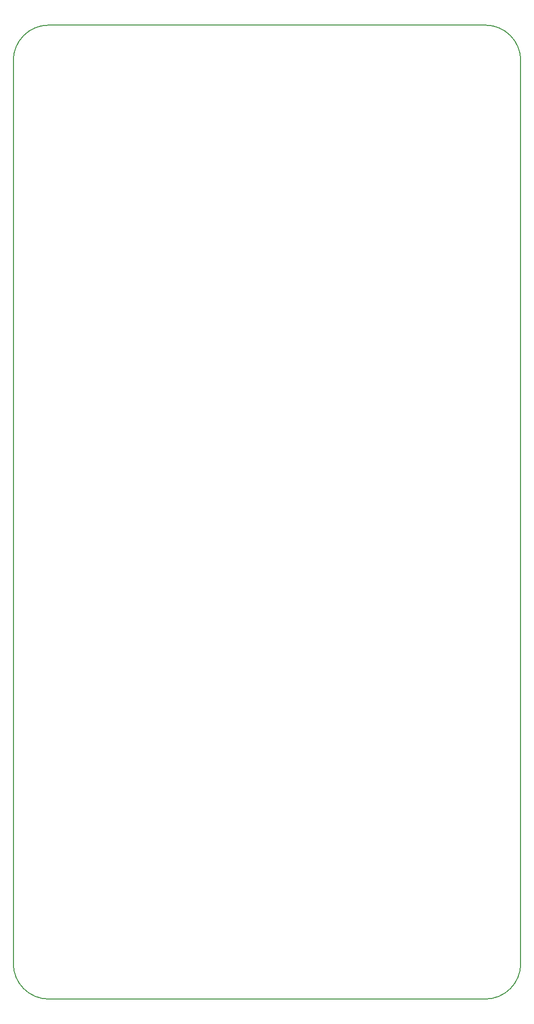
<source format=gbr>
%TF.GenerationSoftware,KiCad,Pcbnew,(6.0.7)*%
%TF.CreationDate,2022-10-22T21:09:40-04:00*%
%TF.ProjectId,Calculator,43616c63-756c-4617-946f-722e6b696361,rev?*%
%TF.SameCoordinates,Original*%
%TF.FileFunction,Profile,NP*%
%FSLAX46Y46*%
G04 Gerber Fmt 4.6, Leading zero omitted, Abs format (unit mm)*
G04 Created by KiCad (PCBNEW (6.0.7)) date 2022-10-22 21:09:40*
%MOMM*%
%LPD*%
G01*
G04 APERTURE LIST*
%TA.AperFunction,Profile*%
%ADD10C,0.200000*%
%TD*%
G04 APERTURE END LIST*
D10*
X138242641Y-189242641D02*
G75*
G03*
X144242641Y-183242641I-1J6000001D01*
G01*
X64242641Y-24242641D02*
G75*
G03*
X58242641Y-30242641I-1J-5999999D01*
G01*
X58242641Y-30242641D02*
X58242641Y-183242641D01*
X144242559Y-30242641D02*
G75*
G03*
X138242641Y-24242641I-5999959J41D01*
G01*
X144242641Y-183242641D02*
X144242641Y-30242641D01*
X58242639Y-183242641D02*
G75*
G03*
X64242641Y-189242641I6000001J1D01*
G01*
X64242641Y-189242641D02*
X138242641Y-189242641D01*
X138242641Y-24242641D02*
X64242641Y-24242641D01*
M02*

</source>
